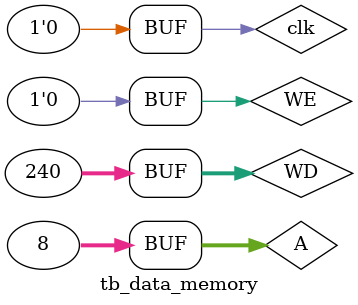
<source format=sv>
module tb_data_memory();
	logic clk,WE;
	logic [31:0] A,WD,RD;
	// instantiate device to be tested 
	data_memory dut(clk,WE,A,WD,RD);
	// initialize test 
	initial 
		begin  
			A <= 0;
		end
	always 
		begin 
			clk <= 1; 
			# 5; 
			clk <= 0; 
			# 5;
		end
	always 
		begin  
			# 10; 
			A  <= 32'b0;
			WE <= 0;
			WD <= 0;
			# 10; 
			A  <= 32'b0;
			WE <= 1;
			WD <= 32'b11111111;
			# 10; 
			A  <= 32'b0;
			WE <= 0;
			WD <= 0;
			# 10; 
			A  <= 32'b100;
			WE <= 1;
			WD <= 32'b10101010;
			# 10; 
			A  <= 32'b100;
			WE <= 0;
			WD <= 32'b11110000;
			# 10; 
			A  <= 32'b1000;
			WE <= 1;
			WD <= 32'b11001100;
			# 10; 
			A  <= 32'b1000;
			WE <= 0;
			WD <= 32'b11110000;
		end

endmodule 
</source>
